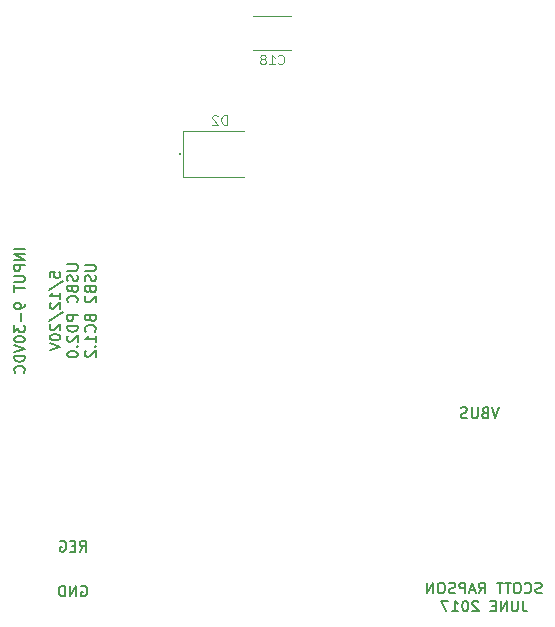
<source format=gbo>
G04 #@! TF.FileFunction,Legend,Bot*
%FSLAX46Y46*%
G04 Gerber Fmt 4.6, Leading zero omitted, Abs format (unit mm)*
G04 Created by KiCad (PCBNEW (2016-11-21 revision f7cc0a9)-makepkg) date 06/05/17 10:20:09*
%MOMM*%
%LPD*%
G01*
G04 APERTURE LIST*
%ADD10C,0.100000*%
%ADD11C,0.150000*%
%ADD12C,0.120000*%
G04 APERTURE END LIST*
D10*
D11*
X146064285Y-101414285D02*
X145935714Y-101457142D01*
X145721428Y-101457142D01*
X145635714Y-101414285D01*
X145592857Y-101371428D01*
X145550000Y-101285714D01*
X145550000Y-101200000D01*
X145592857Y-101114285D01*
X145635714Y-101071428D01*
X145721428Y-101028571D01*
X145892857Y-100985714D01*
X145978571Y-100942857D01*
X146021428Y-100900000D01*
X146064285Y-100814285D01*
X146064285Y-100728571D01*
X146021428Y-100642857D01*
X145978571Y-100600000D01*
X145892857Y-100557142D01*
X145678571Y-100557142D01*
X145550000Y-100600000D01*
X144650000Y-101371428D02*
X144692857Y-101414285D01*
X144821428Y-101457142D01*
X144907142Y-101457142D01*
X145035714Y-101414285D01*
X145121428Y-101328571D01*
X145164285Y-101242857D01*
X145207142Y-101071428D01*
X145207142Y-100942857D01*
X145164285Y-100771428D01*
X145121428Y-100685714D01*
X145035714Y-100600000D01*
X144907142Y-100557142D01*
X144821428Y-100557142D01*
X144692857Y-100600000D01*
X144650000Y-100642857D01*
X144092857Y-100557142D02*
X143921428Y-100557142D01*
X143835714Y-100600000D01*
X143750000Y-100685714D01*
X143707142Y-100857142D01*
X143707142Y-101157142D01*
X143750000Y-101328571D01*
X143835714Y-101414285D01*
X143921428Y-101457142D01*
X144092857Y-101457142D01*
X144178571Y-101414285D01*
X144264285Y-101328571D01*
X144307142Y-101157142D01*
X144307142Y-100857142D01*
X144264285Y-100685714D01*
X144178571Y-100600000D01*
X144092857Y-100557142D01*
X143450000Y-100557142D02*
X142935714Y-100557142D01*
X143192857Y-101457142D02*
X143192857Y-100557142D01*
X142764285Y-100557142D02*
X142250000Y-100557142D01*
X142507142Y-101457142D02*
X142507142Y-100557142D01*
X140750000Y-101457142D02*
X141050000Y-101028571D01*
X141264285Y-101457142D02*
X141264285Y-100557142D01*
X140921428Y-100557142D01*
X140835714Y-100600000D01*
X140792857Y-100642857D01*
X140750000Y-100728571D01*
X140750000Y-100857142D01*
X140792857Y-100942857D01*
X140835714Y-100985714D01*
X140921428Y-101028571D01*
X141264285Y-101028571D01*
X140407142Y-101200000D02*
X139978571Y-101200000D01*
X140492857Y-101457142D02*
X140192857Y-100557142D01*
X139892857Y-101457142D01*
X139592857Y-101457142D02*
X139592857Y-100557142D01*
X139250000Y-100557142D01*
X139164285Y-100600000D01*
X139121428Y-100642857D01*
X139078571Y-100728571D01*
X139078571Y-100857142D01*
X139121428Y-100942857D01*
X139164285Y-100985714D01*
X139250000Y-101028571D01*
X139592857Y-101028571D01*
X138735714Y-101414285D02*
X138607142Y-101457142D01*
X138392857Y-101457142D01*
X138307142Y-101414285D01*
X138264285Y-101371428D01*
X138221428Y-101285714D01*
X138221428Y-101200000D01*
X138264285Y-101114285D01*
X138307142Y-101071428D01*
X138392857Y-101028571D01*
X138564285Y-100985714D01*
X138650000Y-100942857D01*
X138692857Y-100900000D01*
X138735714Y-100814285D01*
X138735714Y-100728571D01*
X138692857Y-100642857D01*
X138650000Y-100600000D01*
X138564285Y-100557142D01*
X138350000Y-100557142D01*
X138221428Y-100600000D01*
X137664285Y-100557142D02*
X137492857Y-100557142D01*
X137407142Y-100600000D01*
X137321428Y-100685714D01*
X137278571Y-100857142D01*
X137278571Y-101157142D01*
X137321428Y-101328571D01*
X137407142Y-101414285D01*
X137492857Y-101457142D01*
X137664285Y-101457142D01*
X137750000Y-101414285D01*
X137835714Y-101328571D01*
X137878571Y-101157142D01*
X137878571Y-100857142D01*
X137835714Y-100685714D01*
X137750000Y-100600000D01*
X137664285Y-100557142D01*
X136892857Y-101457142D02*
X136892857Y-100557142D01*
X136378571Y-101457142D01*
X136378571Y-100557142D01*
X144478571Y-102057142D02*
X144478571Y-102700000D01*
X144521428Y-102828571D01*
X144607142Y-102914285D01*
X144735714Y-102957142D01*
X144821428Y-102957142D01*
X144050000Y-102057142D02*
X144050000Y-102785714D01*
X144007142Y-102871428D01*
X143964285Y-102914285D01*
X143878571Y-102957142D01*
X143707142Y-102957142D01*
X143621428Y-102914285D01*
X143578571Y-102871428D01*
X143535714Y-102785714D01*
X143535714Y-102057142D01*
X143107142Y-102957142D02*
X143107142Y-102057142D01*
X142592857Y-102957142D01*
X142592857Y-102057142D01*
X142164285Y-102485714D02*
X141864285Y-102485714D01*
X141735714Y-102957142D02*
X142164285Y-102957142D01*
X142164285Y-102057142D01*
X141735714Y-102057142D01*
X140707142Y-102142857D02*
X140664285Y-102100000D01*
X140578571Y-102057142D01*
X140364285Y-102057142D01*
X140278571Y-102100000D01*
X140235714Y-102142857D01*
X140192857Y-102228571D01*
X140192857Y-102314285D01*
X140235714Y-102442857D01*
X140750000Y-102957142D01*
X140192857Y-102957142D01*
X139635714Y-102057142D02*
X139550000Y-102057142D01*
X139464285Y-102100000D01*
X139421428Y-102142857D01*
X139378571Y-102228571D01*
X139335714Y-102400000D01*
X139335714Y-102614285D01*
X139378571Y-102785714D01*
X139421428Y-102871428D01*
X139464285Y-102914285D01*
X139550000Y-102957142D01*
X139635714Y-102957142D01*
X139721428Y-102914285D01*
X139764285Y-102871428D01*
X139807142Y-102785714D01*
X139850000Y-102614285D01*
X139850000Y-102400000D01*
X139807142Y-102228571D01*
X139764285Y-102142857D01*
X139721428Y-102100000D01*
X139635714Y-102057142D01*
X138478571Y-102957142D02*
X138992857Y-102957142D01*
X138735714Y-102957142D02*
X138735714Y-102057142D01*
X138821428Y-102185714D01*
X138907142Y-102271428D01*
X138992857Y-102314285D01*
X138178571Y-102057142D02*
X137578571Y-102057142D01*
X137964285Y-102957142D01*
X102307142Y-72292857D02*
X101407142Y-72292857D01*
X102307142Y-72721428D02*
X101407142Y-72721428D01*
X102307142Y-73235714D01*
X101407142Y-73235714D01*
X102307142Y-73664285D02*
X101407142Y-73664285D01*
X101407142Y-74007142D01*
X101450000Y-74092857D01*
X101492857Y-74135714D01*
X101578571Y-74178571D01*
X101707142Y-74178571D01*
X101792857Y-74135714D01*
X101835714Y-74092857D01*
X101878571Y-74007142D01*
X101878571Y-73664285D01*
X101407142Y-74564285D02*
X102135714Y-74564285D01*
X102221428Y-74607142D01*
X102264285Y-74650000D01*
X102307142Y-74735714D01*
X102307142Y-74907142D01*
X102264285Y-74992857D01*
X102221428Y-75035714D01*
X102135714Y-75078571D01*
X101407142Y-75078571D01*
X101407142Y-75378571D02*
X101407142Y-75892857D01*
X102307142Y-75635714D02*
X101407142Y-75635714D01*
X102307142Y-76921428D02*
X102307142Y-77092857D01*
X102264285Y-77178571D01*
X102221428Y-77221428D01*
X102092857Y-77307142D01*
X101921428Y-77350000D01*
X101578571Y-77350000D01*
X101492857Y-77307142D01*
X101450000Y-77264285D01*
X101407142Y-77178571D01*
X101407142Y-77007142D01*
X101450000Y-76921428D01*
X101492857Y-76878571D01*
X101578571Y-76835714D01*
X101792857Y-76835714D01*
X101878571Y-76878571D01*
X101921428Y-76921428D01*
X101964285Y-77007142D01*
X101964285Y-77178571D01*
X101921428Y-77264285D01*
X101878571Y-77307142D01*
X101792857Y-77350000D01*
X101964285Y-77735714D02*
X101964285Y-78421428D01*
X101407142Y-78764285D02*
X101407142Y-79321428D01*
X101750000Y-79021428D01*
X101750000Y-79150000D01*
X101792857Y-79235714D01*
X101835714Y-79278571D01*
X101921428Y-79321428D01*
X102135714Y-79321428D01*
X102221428Y-79278571D01*
X102264285Y-79235714D01*
X102307142Y-79150000D01*
X102307142Y-78892857D01*
X102264285Y-78807142D01*
X102221428Y-78764285D01*
X101407142Y-79878571D02*
X101407142Y-79964285D01*
X101450000Y-80050000D01*
X101492857Y-80092857D01*
X101578571Y-80135714D01*
X101750000Y-80178571D01*
X101964285Y-80178571D01*
X102135714Y-80135714D01*
X102221428Y-80092857D01*
X102264285Y-80050000D01*
X102307142Y-79964285D01*
X102307142Y-79878571D01*
X102264285Y-79792857D01*
X102221428Y-79750000D01*
X102135714Y-79707142D01*
X101964285Y-79664285D01*
X101750000Y-79664285D01*
X101578571Y-79707142D01*
X101492857Y-79750000D01*
X101450000Y-79792857D01*
X101407142Y-79878571D01*
X101407142Y-80435714D02*
X102307142Y-80735714D01*
X101407142Y-81035714D01*
X102307142Y-81335714D02*
X101407142Y-81335714D01*
X101407142Y-81550000D01*
X101450000Y-81678571D01*
X101535714Y-81764285D01*
X101621428Y-81807142D01*
X101792857Y-81850000D01*
X101921428Y-81850000D01*
X102092857Y-81807142D01*
X102178571Y-81764285D01*
X102264285Y-81678571D01*
X102307142Y-81550000D01*
X102307142Y-81335714D01*
X102221428Y-82750000D02*
X102264285Y-82707142D01*
X102307142Y-82578571D01*
X102307142Y-82492857D01*
X102264285Y-82364285D01*
X102178571Y-82278571D01*
X102092857Y-82235714D01*
X101921428Y-82192857D01*
X101792857Y-82192857D01*
X101621428Y-82235714D01*
X101535714Y-82278571D01*
X101450000Y-82364285D01*
X101407142Y-82492857D01*
X101407142Y-82578571D01*
X101450000Y-82707142D01*
X101492857Y-82750000D01*
X104407142Y-74671428D02*
X104407142Y-74242857D01*
X104835714Y-74200000D01*
X104792857Y-74242857D01*
X104750000Y-74328571D01*
X104750000Y-74542857D01*
X104792857Y-74628571D01*
X104835714Y-74671428D01*
X104921428Y-74714285D01*
X105135714Y-74714285D01*
X105221428Y-74671428D01*
X105264285Y-74628571D01*
X105307142Y-74542857D01*
X105307142Y-74328571D01*
X105264285Y-74242857D01*
X105221428Y-74200000D01*
X104364285Y-75742857D02*
X105521428Y-74971428D01*
X105307142Y-76514285D02*
X105307142Y-76000000D01*
X105307142Y-76257142D02*
X104407142Y-76257142D01*
X104535714Y-76171428D01*
X104621428Y-76085714D01*
X104664285Y-76000000D01*
X104492857Y-76857142D02*
X104450000Y-76900000D01*
X104407142Y-76985714D01*
X104407142Y-77200000D01*
X104450000Y-77285714D01*
X104492857Y-77328571D01*
X104578571Y-77371428D01*
X104664285Y-77371428D01*
X104792857Y-77328571D01*
X105307142Y-76814285D01*
X105307142Y-77371428D01*
X104364285Y-78400000D02*
X105521428Y-77628571D01*
X104492857Y-78657142D02*
X104450000Y-78700000D01*
X104407142Y-78785714D01*
X104407142Y-79000000D01*
X104450000Y-79085714D01*
X104492857Y-79128571D01*
X104578571Y-79171428D01*
X104664285Y-79171428D01*
X104792857Y-79128571D01*
X105307142Y-78614285D01*
X105307142Y-79171428D01*
X104407142Y-79728571D02*
X104407142Y-79814285D01*
X104450000Y-79900000D01*
X104492857Y-79942857D01*
X104578571Y-79985714D01*
X104750000Y-80028571D01*
X104964285Y-80028571D01*
X105135714Y-79985714D01*
X105221428Y-79942857D01*
X105264285Y-79900000D01*
X105307142Y-79814285D01*
X105307142Y-79728571D01*
X105264285Y-79642857D01*
X105221428Y-79600000D01*
X105135714Y-79557142D01*
X104964285Y-79514285D01*
X104750000Y-79514285D01*
X104578571Y-79557142D01*
X104492857Y-79600000D01*
X104450000Y-79642857D01*
X104407142Y-79728571D01*
X104407142Y-80285714D02*
X105307142Y-80585714D01*
X104407142Y-80885714D01*
X105907142Y-73600000D02*
X106635714Y-73600000D01*
X106721428Y-73642857D01*
X106764285Y-73685714D01*
X106807142Y-73771428D01*
X106807142Y-73942857D01*
X106764285Y-74028571D01*
X106721428Y-74071428D01*
X106635714Y-74114285D01*
X105907142Y-74114285D01*
X106764285Y-74500000D02*
X106807142Y-74628571D01*
X106807142Y-74842857D01*
X106764285Y-74928571D01*
X106721428Y-74971428D01*
X106635714Y-75014285D01*
X106550000Y-75014285D01*
X106464285Y-74971428D01*
X106421428Y-74928571D01*
X106378571Y-74842857D01*
X106335714Y-74671428D01*
X106292857Y-74585714D01*
X106250000Y-74542857D01*
X106164285Y-74500000D01*
X106078571Y-74500000D01*
X105992857Y-74542857D01*
X105950000Y-74585714D01*
X105907142Y-74671428D01*
X105907142Y-74885714D01*
X105950000Y-75014285D01*
X106335714Y-75700000D02*
X106378571Y-75828571D01*
X106421428Y-75871428D01*
X106507142Y-75914285D01*
X106635714Y-75914285D01*
X106721428Y-75871428D01*
X106764285Y-75828571D01*
X106807142Y-75742857D01*
X106807142Y-75400000D01*
X105907142Y-75400000D01*
X105907142Y-75700000D01*
X105950000Y-75785714D01*
X105992857Y-75828571D01*
X106078571Y-75871428D01*
X106164285Y-75871428D01*
X106250000Y-75828571D01*
X106292857Y-75785714D01*
X106335714Y-75700000D01*
X106335714Y-75400000D01*
X106721428Y-76814285D02*
X106764285Y-76771428D01*
X106807142Y-76642857D01*
X106807142Y-76557142D01*
X106764285Y-76428571D01*
X106678571Y-76342857D01*
X106592857Y-76300000D01*
X106421428Y-76257142D01*
X106292857Y-76257142D01*
X106121428Y-76300000D01*
X106035714Y-76342857D01*
X105950000Y-76428571D01*
X105907142Y-76557142D01*
X105907142Y-76642857D01*
X105950000Y-76771428D01*
X105992857Y-76814285D01*
X106807142Y-77885714D02*
X105907142Y-77885714D01*
X105907142Y-78228571D01*
X105950000Y-78314285D01*
X105992857Y-78357142D01*
X106078571Y-78400000D01*
X106207142Y-78400000D01*
X106292857Y-78357142D01*
X106335714Y-78314285D01*
X106378571Y-78228571D01*
X106378571Y-77885714D01*
X106807142Y-78785714D02*
X105907142Y-78785714D01*
X105907142Y-79000000D01*
X105950000Y-79128571D01*
X106035714Y-79214285D01*
X106121428Y-79257142D01*
X106292857Y-79300000D01*
X106421428Y-79300000D01*
X106592857Y-79257142D01*
X106678571Y-79214285D01*
X106764285Y-79128571D01*
X106807142Y-79000000D01*
X106807142Y-78785714D01*
X105992857Y-79642857D02*
X105950000Y-79685714D01*
X105907142Y-79771428D01*
X105907142Y-79985714D01*
X105950000Y-80071428D01*
X105992857Y-80114285D01*
X106078571Y-80157142D01*
X106164285Y-80157142D01*
X106292857Y-80114285D01*
X106807142Y-79600000D01*
X106807142Y-80157142D01*
X106721428Y-80542857D02*
X106764285Y-80585714D01*
X106807142Y-80542857D01*
X106764285Y-80500000D01*
X106721428Y-80542857D01*
X106807142Y-80542857D01*
X105907142Y-81142857D02*
X105907142Y-81228571D01*
X105950000Y-81314285D01*
X105992857Y-81357142D01*
X106078571Y-81400000D01*
X106250000Y-81442857D01*
X106464285Y-81442857D01*
X106635714Y-81400000D01*
X106721428Y-81357142D01*
X106764285Y-81314285D01*
X106807142Y-81228571D01*
X106807142Y-81142857D01*
X106764285Y-81057142D01*
X106721428Y-81014285D01*
X106635714Y-80971428D01*
X106464285Y-80928571D01*
X106250000Y-80928571D01*
X106078571Y-80971428D01*
X105992857Y-81014285D01*
X105950000Y-81057142D01*
X105907142Y-81142857D01*
X107407142Y-73621428D02*
X108135714Y-73621428D01*
X108221428Y-73664285D01*
X108264285Y-73707142D01*
X108307142Y-73792857D01*
X108307142Y-73964285D01*
X108264285Y-74050000D01*
X108221428Y-74092857D01*
X108135714Y-74135714D01*
X107407142Y-74135714D01*
X108264285Y-74521428D02*
X108307142Y-74650000D01*
X108307142Y-74864285D01*
X108264285Y-74950000D01*
X108221428Y-74992857D01*
X108135714Y-75035714D01*
X108050000Y-75035714D01*
X107964285Y-74992857D01*
X107921428Y-74950000D01*
X107878571Y-74864285D01*
X107835714Y-74692857D01*
X107792857Y-74607142D01*
X107750000Y-74564285D01*
X107664285Y-74521428D01*
X107578571Y-74521428D01*
X107492857Y-74564285D01*
X107450000Y-74607142D01*
X107407142Y-74692857D01*
X107407142Y-74907142D01*
X107450000Y-75035714D01*
X107835714Y-75721428D02*
X107878571Y-75850000D01*
X107921428Y-75892857D01*
X108007142Y-75935714D01*
X108135714Y-75935714D01*
X108221428Y-75892857D01*
X108264285Y-75850000D01*
X108307142Y-75764285D01*
X108307142Y-75421428D01*
X107407142Y-75421428D01*
X107407142Y-75721428D01*
X107450000Y-75807142D01*
X107492857Y-75850000D01*
X107578571Y-75892857D01*
X107664285Y-75892857D01*
X107750000Y-75850000D01*
X107792857Y-75807142D01*
X107835714Y-75721428D01*
X107835714Y-75421428D01*
X107492857Y-76278571D02*
X107450000Y-76321428D01*
X107407142Y-76407142D01*
X107407142Y-76621428D01*
X107450000Y-76707142D01*
X107492857Y-76750000D01*
X107578571Y-76792857D01*
X107664285Y-76792857D01*
X107792857Y-76750000D01*
X108307142Y-76235714D01*
X108307142Y-76792857D01*
X107835714Y-78164285D02*
X107878571Y-78292857D01*
X107921428Y-78335714D01*
X108007142Y-78378571D01*
X108135714Y-78378571D01*
X108221428Y-78335714D01*
X108264285Y-78292857D01*
X108307142Y-78207142D01*
X108307142Y-77864285D01*
X107407142Y-77864285D01*
X107407142Y-78164285D01*
X107450000Y-78250000D01*
X107492857Y-78292857D01*
X107578571Y-78335714D01*
X107664285Y-78335714D01*
X107750000Y-78292857D01*
X107792857Y-78250000D01*
X107835714Y-78164285D01*
X107835714Y-77864285D01*
X108221428Y-79278571D02*
X108264285Y-79235714D01*
X108307142Y-79107142D01*
X108307142Y-79021428D01*
X108264285Y-78892857D01*
X108178571Y-78807142D01*
X108092857Y-78764285D01*
X107921428Y-78721428D01*
X107792857Y-78721428D01*
X107621428Y-78764285D01*
X107535714Y-78807142D01*
X107450000Y-78892857D01*
X107407142Y-79021428D01*
X107407142Y-79107142D01*
X107450000Y-79235714D01*
X107492857Y-79278571D01*
X108307142Y-80135714D02*
X108307142Y-79621428D01*
X108307142Y-79878571D02*
X107407142Y-79878571D01*
X107535714Y-79792857D01*
X107621428Y-79707142D01*
X107664285Y-79621428D01*
X108221428Y-80521428D02*
X108264285Y-80564285D01*
X108307142Y-80521428D01*
X108264285Y-80478571D01*
X108221428Y-80521428D01*
X108307142Y-80521428D01*
X107492857Y-80907142D02*
X107450000Y-80950000D01*
X107407142Y-81035714D01*
X107407142Y-81250000D01*
X107450000Y-81335714D01*
X107492857Y-81378571D01*
X107578571Y-81421428D01*
X107664285Y-81421428D01*
X107792857Y-81378571D01*
X108307142Y-80864285D01*
X108307142Y-81421428D01*
X142450000Y-85707142D02*
X142150000Y-86607142D01*
X141850000Y-85707142D01*
X141250000Y-86135714D02*
X141121428Y-86178571D01*
X141078571Y-86221428D01*
X141035714Y-86307142D01*
X141035714Y-86435714D01*
X141078571Y-86521428D01*
X141121428Y-86564285D01*
X141207142Y-86607142D01*
X141550000Y-86607142D01*
X141550000Y-85707142D01*
X141250000Y-85707142D01*
X141164285Y-85750000D01*
X141121428Y-85792857D01*
X141078571Y-85878571D01*
X141078571Y-85964285D01*
X141121428Y-86050000D01*
X141164285Y-86092857D01*
X141250000Y-86135714D01*
X141550000Y-86135714D01*
X140650000Y-85707142D02*
X140650000Y-86435714D01*
X140607142Y-86521428D01*
X140564285Y-86564285D01*
X140478571Y-86607142D01*
X140307142Y-86607142D01*
X140221428Y-86564285D01*
X140178571Y-86521428D01*
X140135714Y-86435714D01*
X140135714Y-85707142D01*
X139750000Y-86564285D02*
X139621428Y-86607142D01*
X139407142Y-86607142D01*
X139321428Y-86564285D01*
X139278571Y-86521428D01*
X139235714Y-86435714D01*
X139235714Y-86350000D01*
X139278571Y-86264285D01*
X139321428Y-86221428D01*
X139407142Y-86178571D01*
X139578571Y-86135714D01*
X139664285Y-86092857D01*
X139707142Y-86050000D01*
X139750000Y-85964285D01*
X139750000Y-85878571D01*
X139707142Y-85792857D01*
X139664285Y-85750000D01*
X139578571Y-85707142D01*
X139364285Y-85707142D01*
X139235714Y-85750000D01*
X106978571Y-97907142D02*
X107278571Y-97478571D01*
X107492857Y-97907142D02*
X107492857Y-97007142D01*
X107150000Y-97007142D01*
X107064285Y-97050000D01*
X107021428Y-97092857D01*
X106978571Y-97178571D01*
X106978571Y-97307142D01*
X107021428Y-97392857D01*
X107064285Y-97435714D01*
X107150000Y-97478571D01*
X107492857Y-97478571D01*
X106592857Y-97435714D02*
X106292857Y-97435714D01*
X106164285Y-97907142D02*
X106592857Y-97907142D01*
X106592857Y-97007142D01*
X106164285Y-97007142D01*
X105307142Y-97050000D02*
X105392857Y-97007142D01*
X105521428Y-97007142D01*
X105650000Y-97050000D01*
X105735714Y-97135714D01*
X105778571Y-97221428D01*
X105821428Y-97392857D01*
X105821428Y-97521428D01*
X105778571Y-97692857D01*
X105735714Y-97778571D01*
X105650000Y-97864285D01*
X105521428Y-97907142D01*
X105435714Y-97907142D01*
X105307142Y-97864285D01*
X105264285Y-97821428D01*
X105264285Y-97521428D01*
X105435714Y-97521428D01*
X107085714Y-100850000D02*
X107171428Y-100807142D01*
X107300000Y-100807142D01*
X107428571Y-100850000D01*
X107514285Y-100935714D01*
X107557142Y-101021428D01*
X107600000Y-101192857D01*
X107600000Y-101321428D01*
X107557142Y-101492857D01*
X107514285Y-101578571D01*
X107428571Y-101664285D01*
X107300000Y-101707142D01*
X107214285Y-101707142D01*
X107085714Y-101664285D01*
X107042857Y-101621428D01*
X107042857Y-101321428D01*
X107214285Y-101321428D01*
X106657142Y-101707142D02*
X106657142Y-100807142D01*
X106142857Y-101707142D01*
X106142857Y-100807142D01*
X105714285Y-101707142D02*
X105714285Y-100807142D01*
X105500000Y-100807142D01*
X105371428Y-100850000D01*
X105285714Y-100935714D01*
X105242857Y-101021428D01*
X105200000Y-101192857D01*
X105200000Y-101321428D01*
X105242857Y-101492857D01*
X105285714Y-101578571D01*
X105371428Y-101664285D01*
X105500000Y-101707142D01*
X105714285Y-101707142D01*
D10*
X124850000Y-52540000D02*
X121650000Y-52540000D01*
X124850000Y-55460000D02*
X121650000Y-55460000D01*
X115695000Y-62280000D02*
X120910000Y-62280000D01*
X115695000Y-66220000D02*
X115695000Y-62280000D01*
X120910000Y-66220000D02*
X115695000Y-66220000D01*
D11*
X115520000Y-64250000D02*
G75*
G03X115520000Y-64250000I-75000J0D01*
G01*
D12*
X123764285Y-56585714D02*
X123802380Y-56623809D01*
X123916666Y-56661904D01*
X123992857Y-56661904D01*
X124107142Y-56623809D01*
X124183333Y-56547619D01*
X124221428Y-56471428D01*
X124259523Y-56319047D01*
X124259523Y-56204761D01*
X124221428Y-56052380D01*
X124183333Y-55976190D01*
X124107142Y-55900000D01*
X123992857Y-55861904D01*
X123916666Y-55861904D01*
X123802380Y-55900000D01*
X123764285Y-55938095D01*
X123002380Y-56661904D02*
X123459523Y-56661904D01*
X123230952Y-56661904D02*
X123230952Y-55861904D01*
X123307142Y-55976190D01*
X123383333Y-56052380D01*
X123459523Y-56090476D01*
X122545238Y-56204761D02*
X122621428Y-56166666D01*
X122659523Y-56128571D01*
X122697619Y-56052380D01*
X122697619Y-56014285D01*
X122659523Y-55938095D01*
X122621428Y-55900000D01*
X122545238Y-55861904D01*
X122392857Y-55861904D01*
X122316666Y-55900000D01*
X122278571Y-55938095D01*
X122240476Y-56014285D01*
X122240476Y-56052380D01*
X122278571Y-56128571D01*
X122316666Y-56166666D01*
X122392857Y-56204761D01*
X122545238Y-56204761D01*
X122621428Y-56242857D01*
X122659523Y-56280952D01*
X122697619Y-56357142D01*
X122697619Y-56509523D01*
X122659523Y-56585714D01*
X122621428Y-56623809D01*
X122545238Y-56661904D01*
X122392857Y-56661904D01*
X122316666Y-56623809D01*
X122278571Y-56585714D01*
X122240476Y-56509523D01*
X122240476Y-56357142D01*
X122278571Y-56280952D01*
X122316666Y-56242857D01*
X122392857Y-56204761D01*
X119390476Y-61761904D02*
X119390476Y-60961904D01*
X119200000Y-60961904D01*
X119085714Y-61000000D01*
X119009523Y-61076190D01*
X118971428Y-61152380D01*
X118933333Y-61304761D01*
X118933333Y-61419047D01*
X118971428Y-61571428D01*
X119009523Y-61647619D01*
X119085714Y-61723809D01*
X119200000Y-61761904D01*
X119390476Y-61761904D01*
X118628571Y-61038095D02*
X118590476Y-61000000D01*
X118514285Y-60961904D01*
X118323809Y-60961904D01*
X118247619Y-61000000D01*
X118209523Y-61038095D01*
X118171428Y-61114285D01*
X118171428Y-61190476D01*
X118209523Y-61304761D01*
X118666666Y-61761904D01*
X118171428Y-61761904D01*
M02*

</source>
